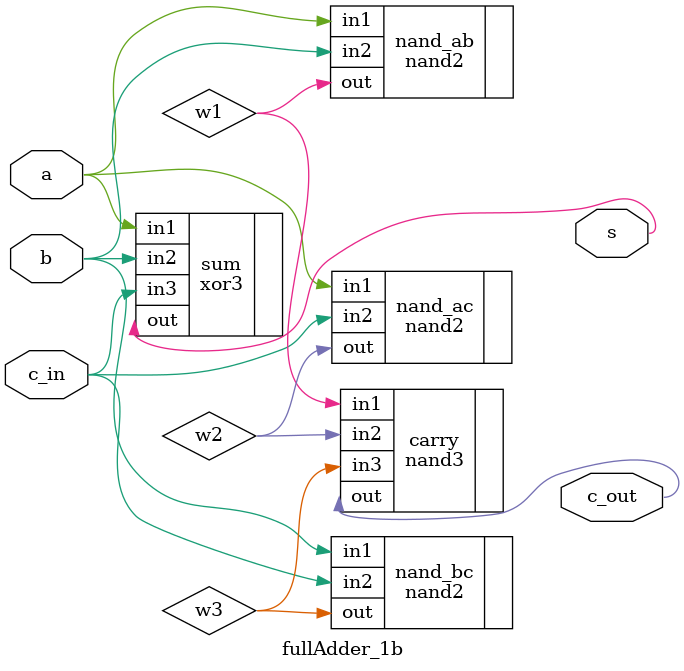
<source format=v>
/*
    CS/ECE 552 Spring '20
    Homework #1, Problem 2
    
    a 1-bit full adder
*/
module fullAdder_1b(s, c_out, a, b, c_in);
    output s;
    output c_out;
    input   a, b;
    input  c_in;
    wire    w1, w2, w3;

    // YOUR CODE HERE
    xor3 sum (.out(s), .in1(a), .in2(b), .in3(c_in));
    nand2 nand_ab (.out(w1), .in1(a), .in2(b));
    nand2 nand_ac (.out(w2), .in1(a), .in2(c_in));
    nand2 nand_bc (.out(w3), .in1(b), .in2(c_in));
    nand3 carry (.out(c_out), .in1(w1) , .in2(w2), .in3(w3));

endmodule

</source>
